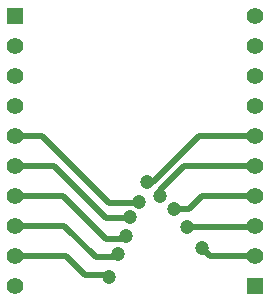
<source format=gbl>
G04 ( created by brdgerber.py ( brdgerber.py v0.1 2014-03-12 ) ) date 2021-02-10 09:33:23 EST*
G04 Gerber Fmt 3.4, Leading zero omitted, Abs format*
%MOIN*%
%FSLAX34Y34*%
G01*
G70*
G90*
G04 APERTURE LIST*
%ADD15C,0.0550*%
%ADD18C,0.0472*%
%ADD19C,0.0000*%
%ADD20C,0.0059*%
%ADD14R,0.0550X0.0550*%
%ADD16C,0.0120*%
%ADD10R,0.0800X0.0260*%
%ADD13C,0.0020*%
%ADD12C,0.0060*%
%ADD17C,0.0200*%
%ADD11C,0.0050*%
G04 APERTURE END LIST*
G54D15*
D14*
X02000Y-04000D03*
D15*
X02000Y-03000D03*
D15*
X02000Y-02000D03*
D15*
X02000Y-01000D03*
D15*
X02000Y00000D03*
D15*
X02000Y01000D03*
D15*
X02000Y02000D03*
D15*
X02000Y03000D03*
D15*
X02000Y04000D03*
D15*
X02000Y05000D03*
D14*
X-06000Y05000D03*
D15*
X-06000Y04000D03*
D15*
X-06000Y03000D03*
D15*
X-06000Y02000D03*
D15*
X-06000Y01000D03*
D15*
X-06000Y00000D03*
D15*
X-06000Y-01000D03*
D15*
X-06000Y-02000D03*
D15*
X-06000Y-03000D03*
D15*
X-06000Y-04000D03*
D17*
G01X-04300Y-03000D02*
G01X-06000Y-03000D01*
D18*
X-01600Y-00550D03*
D17*
G01X-01600Y-00550D02*
G01X-01400Y-00550D01*
D17*
G01X-01400Y-00550D02*
G01X00150Y01000D01*
D17*
G01X00150Y01000D02*
G01X02000Y01000D01*
D18*
X-01150Y-01000D03*
D17*
G01X-01150Y-01000D02*
G01X-01150Y-00800D01*
D17*
G01X-01150Y-00800D02*
G01X-00350Y00000D01*
D17*
G01X-00350Y00000D02*
G01X02000Y00000D01*
D18*
X-00700Y-01450D03*
D17*
G01X-00700Y-01450D02*
G01X-00200Y-01450D01*
D17*
G01X-00200Y-01450D02*
G01X00250Y-01000D01*
D17*
G01X00250Y-01000D02*
G01X02000Y-01000D01*
D18*
X-00250Y-02050D03*
D17*
G01X-00250Y-02050D02*
G01X01950Y-02050D01*
D17*
G01X01950Y-02050D02*
G01X02000Y-02000D01*
D18*
X00250Y-02750D03*
D17*
G01X00250Y-02750D02*
G01X00500Y-03000D01*
D17*
G01X00500Y-03000D02*
G01X02000Y-03000D01*
D18*
X-01850Y-01200D03*
D17*
G01X-01850Y-01200D02*
G01X-01900Y-01250D01*
D17*
G01X-01900Y-01250D02*
G01X-02850Y-01250D01*
D17*
G01X-02850Y-01250D02*
G01X-05100Y01000D01*
D17*
G01X-05100Y01000D02*
G01X-06000Y01000D01*
D18*
X-02150Y-01700D03*
D17*
G01X-02150Y-01700D02*
G01X-02200Y-01750D01*
D17*
G01X-02200Y-01750D02*
G01X-02950Y-01750D01*
D17*
G01X-02950Y-01750D02*
G01X-04700Y00000D01*
D17*
G01X-04700Y00000D02*
G01X-06000Y00000D01*
D18*
X-02300Y-02350D03*
D17*
G01X-02300Y-02350D02*
G01X-02400Y-02450D01*
D17*
G01X-02400Y-02450D02*
G01X-02950Y-02450D01*
D17*
G01X-02950Y-02450D02*
G01X-04400Y-01000D01*
D17*
G01X-04400Y-01000D02*
G01X-06000Y-01000D01*
D18*
X-02550Y-02950D03*
D17*
G01X-02550Y-02950D02*
G01X-02650Y-03050D01*
D17*
G01X-02650Y-03050D02*
G01X-03300Y-03050D01*
D17*
G01X-03300Y-03050D02*
G01X-04350Y-02000D01*
D17*
G01X-04350Y-02000D02*
G01X-06000Y-02000D01*
D18*
X-02850Y-03700D03*
D17*
G01X-02850Y-03700D02*
G01X-02900Y-03650D01*
D17*
G01X-02900Y-03650D02*
G01X-03650Y-03650D01*
D17*
G01X-03650Y-03650D02*
G01X-04300Y-03000D01*
M02*

</source>
